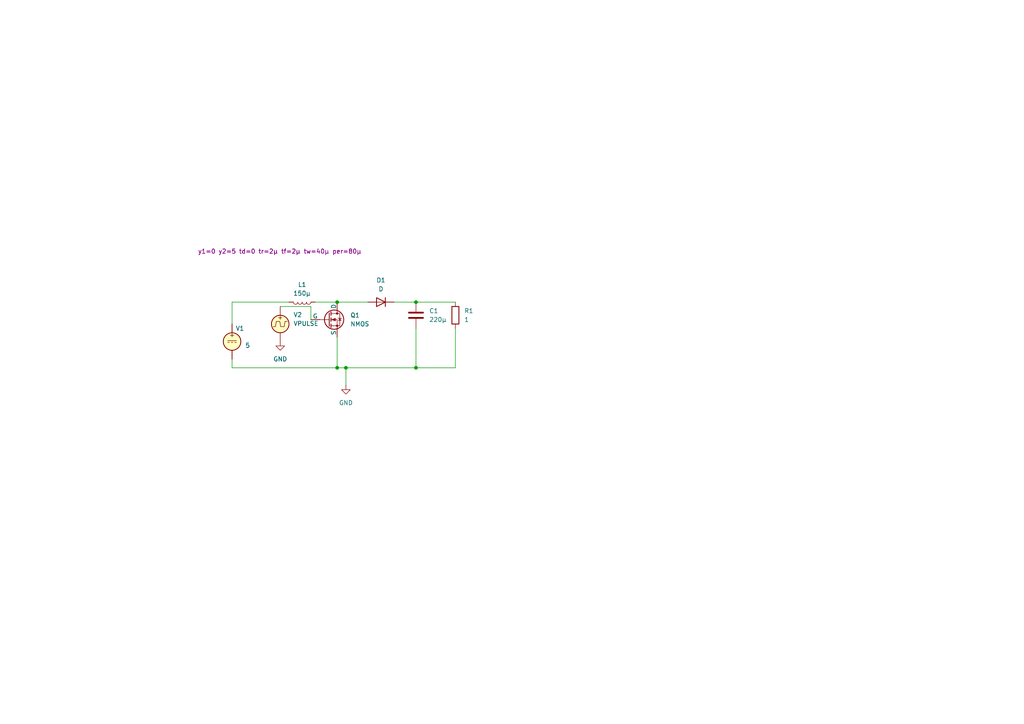
<source format=kicad_sch>
(kicad_sch
	(version 20231120)
	(generator "eeschema")
	(generator_version "8.0")
	(uuid "be171f07-d90a-41f1-9f81-96cb5a9fb1d0")
	(paper "A4")
	(lib_symbols
		(symbol "Device:C"
			(pin_numbers hide)
			(pin_names
				(offset 0.254)
			)
			(exclude_from_sim no)
			(in_bom yes)
			(on_board yes)
			(property "Reference" "C"
				(at 0.635 2.54 0)
				(effects
					(font
						(size 1.27 1.27)
					)
					(justify left)
				)
			)
			(property "Value" "C"
				(at 0.635 -2.54 0)
				(effects
					(font
						(size 1.27 1.27)
					)
					(justify left)
				)
			)
			(property "Footprint" ""
				(at 0.9652 -3.81 0)
				(effects
					(font
						(size 1.27 1.27)
					)
					(hide yes)
				)
			)
			(property "Datasheet" "~"
				(at 0 0 0)
				(effects
					(font
						(size 1.27 1.27)
					)
					(hide yes)
				)
			)
			(property "Description" "Unpolarized capacitor"
				(at 0 0 0)
				(effects
					(font
						(size 1.27 1.27)
					)
					(hide yes)
				)
			)
			(property "ki_keywords" "cap capacitor"
				(at 0 0 0)
				(effects
					(font
						(size 1.27 1.27)
					)
					(hide yes)
				)
			)
			(property "ki_fp_filters" "C_*"
				(at 0 0 0)
				(effects
					(font
						(size 1.27 1.27)
					)
					(hide yes)
				)
			)
			(symbol "C_0_1"
				(polyline
					(pts
						(xy -2.032 -0.762) (xy 2.032 -0.762)
					)
					(stroke
						(width 0.508)
						(type default)
					)
					(fill
						(type none)
					)
				)
				(polyline
					(pts
						(xy -2.032 0.762) (xy 2.032 0.762)
					)
					(stroke
						(width 0.508)
						(type default)
					)
					(fill
						(type none)
					)
				)
			)
			(symbol "C_1_1"
				(pin passive line
					(at 0 3.81 270)
					(length 2.794)
					(name "~"
						(effects
							(font
								(size 1.27 1.27)
							)
						)
					)
					(number "1"
						(effects
							(font
								(size 1.27 1.27)
							)
						)
					)
				)
				(pin passive line
					(at 0 -3.81 90)
					(length 2.794)
					(name "~"
						(effects
							(font
								(size 1.27 1.27)
							)
						)
					)
					(number "2"
						(effects
							(font
								(size 1.27 1.27)
							)
						)
					)
				)
			)
		)
		(symbol "Device:D"
			(pin_numbers hide)
			(pin_names
				(offset 1.016) hide)
			(exclude_from_sim no)
			(in_bom yes)
			(on_board yes)
			(property "Reference" "D"
				(at 0 2.54 0)
				(effects
					(font
						(size 1.27 1.27)
					)
				)
			)
			(property "Value" "D"
				(at 0 -2.54 0)
				(effects
					(font
						(size 1.27 1.27)
					)
				)
			)
			(property "Footprint" ""
				(at 0 0 0)
				(effects
					(font
						(size 1.27 1.27)
					)
					(hide yes)
				)
			)
			(property "Datasheet" "~"
				(at 0 0 0)
				(effects
					(font
						(size 1.27 1.27)
					)
					(hide yes)
				)
			)
			(property "Description" "Diode"
				(at 0 0 0)
				(effects
					(font
						(size 1.27 1.27)
					)
					(hide yes)
				)
			)
			(property "Sim.Device" "D"
				(at 0 0 0)
				(effects
					(font
						(size 1.27 1.27)
					)
					(hide yes)
				)
			)
			(property "Sim.Pins" "1=K 2=A"
				(at 0 0 0)
				(effects
					(font
						(size 1.27 1.27)
					)
					(hide yes)
				)
			)
			(property "ki_keywords" "diode"
				(at 0 0 0)
				(effects
					(font
						(size 1.27 1.27)
					)
					(hide yes)
				)
			)
			(property "ki_fp_filters" "TO-???* *_Diode_* *SingleDiode* D_*"
				(at 0 0 0)
				(effects
					(font
						(size 1.27 1.27)
					)
					(hide yes)
				)
			)
			(symbol "D_0_1"
				(polyline
					(pts
						(xy -1.27 1.27) (xy -1.27 -1.27)
					)
					(stroke
						(width 0.254)
						(type default)
					)
					(fill
						(type none)
					)
				)
				(polyline
					(pts
						(xy 1.27 0) (xy -1.27 0)
					)
					(stroke
						(width 0)
						(type default)
					)
					(fill
						(type none)
					)
				)
				(polyline
					(pts
						(xy 1.27 1.27) (xy 1.27 -1.27) (xy -1.27 0) (xy 1.27 1.27)
					)
					(stroke
						(width 0.254)
						(type default)
					)
					(fill
						(type none)
					)
				)
			)
			(symbol "D_1_1"
				(pin passive line
					(at -3.81 0 0)
					(length 2.54)
					(name "K"
						(effects
							(font
								(size 1.27 1.27)
							)
						)
					)
					(number "1"
						(effects
							(font
								(size 1.27 1.27)
							)
						)
					)
				)
				(pin passive line
					(at 3.81 0 180)
					(length 2.54)
					(name "A"
						(effects
							(font
								(size 1.27 1.27)
							)
						)
					)
					(number "2"
						(effects
							(font
								(size 1.27 1.27)
							)
						)
					)
				)
			)
		)
		(symbol "Device:L"
			(pin_numbers hide)
			(pin_names
				(offset 1.016) hide)
			(exclude_from_sim no)
			(in_bom yes)
			(on_board yes)
			(property "Reference" "L"
				(at -1.27 0 90)
				(effects
					(font
						(size 1.27 1.27)
					)
				)
			)
			(property "Value" "L"
				(at 1.905 0 90)
				(effects
					(font
						(size 1.27 1.27)
					)
				)
			)
			(property "Footprint" ""
				(at 0 0 0)
				(effects
					(font
						(size 1.27 1.27)
					)
					(hide yes)
				)
			)
			(property "Datasheet" "~"
				(at 0 0 0)
				(effects
					(font
						(size 1.27 1.27)
					)
					(hide yes)
				)
			)
			(property "Description" "Inductor"
				(at 0 0 0)
				(effects
					(font
						(size 1.27 1.27)
					)
					(hide yes)
				)
			)
			(property "ki_keywords" "inductor choke coil reactor magnetic"
				(at 0 0 0)
				(effects
					(font
						(size 1.27 1.27)
					)
					(hide yes)
				)
			)
			(property "ki_fp_filters" "Choke_* *Coil* Inductor_* L_*"
				(at 0 0 0)
				(effects
					(font
						(size 1.27 1.27)
					)
					(hide yes)
				)
			)
			(symbol "L_0_1"
				(arc
					(start 0 -2.54)
					(mid 0.6323 -1.905)
					(end 0 -1.27)
					(stroke
						(width 0)
						(type default)
					)
					(fill
						(type none)
					)
				)
				(arc
					(start 0 -1.27)
					(mid 0.6323 -0.635)
					(end 0 0)
					(stroke
						(width 0)
						(type default)
					)
					(fill
						(type none)
					)
				)
				(arc
					(start 0 0)
					(mid 0.6323 0.635)
					(end 0 1.27)
					(stroke
						(width 0)
						(type default)
					)
					(fill
						(type none)
					)
				)
				(arc
					(start 0 1.27)
					(mid 0.6323 1.905)
					(end 0 2.54)
					(stroke
						(width 0)
						(type default)
					)
					(fill
						(type none)
					)
				)
			)
			(symbol "L_1_1"
				(pin passive line
					(at 0 3.81 270)
					(length 1.27)
					(name "1"
						(effects
							(font
								(size 1.27 1.27)
							)
						)
					)
					(number "1"
						(effects
							(font
								(size 1.27 1.27)
							)
						)
					)
				)
				(pin passive line
					(at 0 -3.81 90)
					(length 1.27)
					(name "2"
						(effects
							(font
								(size 1.27 1.27)
							)
						)
					)
					(number "2"
						(effects
							(font
								(size 1.27 1.27)
							)
						)
					)
				)
			)
		)
		(symbol "Device:R"
			(pin_numbers hide)
			(pin_names
				(offset 0)
			)
			(exclude_from_sim no)
			(in_bom yes)
			(on_board yes)
			(property "Reference" "R"
				(at 2.032 0 90)
				(effects
					(font
						(size 1.27 1.27)
					)
				)
			)
			(property "Value" "R"
				(at 0 0 90)
				(effects
					(font
						(size 1.27 1.27)
					)
				)
			)
			(property "Footprint" ""
				(at -1.778 0 90)
				(effects
					(font
						(size 1.27 1.27)
					)
					(hide yes)
				)
			)
			(property "Datasheet" "~"
				(at 0 0 0)
				(effects
					(font
						(size 1.27 1.27)
					)
					(hide yes)
				)
			)
			(property "Description" "Resistor"
				(at 0 0 0)
				(effects
					(font
						(size 1.27 1.27)
					)
					(hide yes)
				)
			)
			(property "ki_keywords" "R res resistor"
				(at 0 0 0)
				(effects
					(font
						(size 1.27 1.27)
					)
					(hide yes)
				)
			)
			(property "ki_fp_filters" "R_*"
				(at 0 0 0)
				(effects
					(font
						(size 1.27 1.27)
					)
					(hide yes)
				)
			)
			(symbol "R_0_1"
				(rectangle
					(start -1.016 -2.54)
					(end 1.016 2.54)
					(stroke
						(width 0.254)
						(type default)
					)
					(fill
						(type none)
					)
				)
			)
			(symbol "R_1_1"
				(pin passive line
					(at 0 3.81 270)
					(length 1.27)
					(name "~"
						(effects
							(font
								(size 1.27 1.27)
							)
						)
					)
					(number "1"
						(effects
							(font
								(size 1.27 1.27)
							)
						)
					)
				)
				(pin passive line
					(at 0 -3.81 90)
					(length 1.27)
					(name "~"
						(effects
							(font
								(size 1.27 1.27)
							)
						)
					)
					(number "2"
						(effects
							(font
								(size 1.27 1.27)
							)
						)
					)
				)
			)
		)
		(symbol "Simulation_SPICE:NMOS"
			(pin_numbers hide)
			(pin_names
				(offset 0)
			)
			(exclude_from_sim no)
			(in_bom yes)
			(on_board yes)
			(property "Reference" "Q"
				(at 5.08 1.27 0)
				(effects
					(font
						(size 1.27 1.27)
					)
					(justify left)
				)
			)
			(property "Value" "NMOS"
				(at 5.08 -1.27 0)
				(effects
					(font
						(size 1.27 1.27)
					)
					(justify left)
				)
			)
			(property "Footprint" ""
				(at 5.08 2.54 0)
				(effects
					(font
						(size 1.27 1.27)
					)
					(hide yes)
				)
			)
			(property "Datasheet" "https://ngspice.sourceforge.io/docs/ngspice-html-manual/manual.xhtml#cha_MOSFETs"
				(at 0 -12.7 0)
				(effects
					(font
						(size 1.27 1.27)
					)
					(hide yes)
				)
			)
			(property "Description" "N-MOSFET transistor, drain/source/gate"
				(at 0 0 0)
				(effects
					(font
						(size 1.27 1.27)
					)
					(hide yes)
				)
			)
			(property "Sim.Device" "NMOS"
				(at 0 -17.145 0)
				(effects
					(font
						(size 1.27 1.27)
					)
					(hide yes)
				)
			)
			(property "Sim.Type" "VDMOS"
				(at 0 -19.05 0)
				(effects
					(font
						(size 1.27 1.27)
					)
					(hide yes)
				)
			)
			(property "Sim.Pins" "1=D 2=G 3=S"
				(at 0 -15.24 0)
				(effects
					(font
						(size 1.27 1.27)
					)
					(hide yes)
				)
			)
			(property "ki_keywords" "transistor NMOS N-MOS N-MOSFET simulation"
				(at 0 0 0)
				(effects
					(font
						(size 1.27 1.27)
					)
					(hide yes)
				)
			)
			(symbol "NMOS_0_1"
				(polyline
					(pts
						(xy 0.254 0) (xy -2.54 0)
					)
					(stroke
						(width 0)
						(type default)
					)
					(fill
						(type none)
					)
				)
				(polyline
					(pts
						(xy 0.254 1.905) (xy 0.254 -1.905)
					)
					(stroke
						(width 0.254)
						(type default)
					)
					(fill
						(type none)
					)
				)
				(polyline
					(pts
						(xy 0.762 -1.27) (xy 0.762 -2.286)
					)
					(stroke
						(width 0.254)
						(type default)
					)
					(fill
						(type none)
					)
				)
				(polyline
					(pts
						(xy 0.762 0.508) (xy 0.762 -0.508)
					)
					(stroke
						(width 0.254)
						(type default)
					)
					(fill
						(type none)
					)
				)
				(polyline
					(pts
						(xy 0.762 2.286) (xy 0.762 1.27)
					)
					(stroke
						(width 0.254)
						(type default)
					)
					(fill
						(type none)
					)
				)
				(polyline
					(pts
						(xy 2.54 2.54) (xy 2.54 1.778)
					)
					(stroke
						(width 0)
						(type default)
					)
					(fill
						(type none)
					)
				)
				(polyline
					(pts
						(xy 2.54 -2.54) (xy 2.54 0) (xy 0.762 0)
					)
					(stroke
						(width 0)
						(type default)
					)
					(fill
						(type none)
					)
				)
				(polyline
					(pts
						(xy 0.762 -1.778) (xy 3.302 -1.778) (xy 3.302 1.778) (xy 0.762 1.778)
					)
					(stroke
						(width 0)
						(type default)
					)
					(fill
						(type none)
					)
				)
				(polyline
					(pts
						(xy 1.016 0) (xy 2.032 0.381) (xy 2.032 -0.381) (xy 1.016 0)
					)
					(stroke
						(width 0)
						(type default)
					)
					(fill
						(type outline)
					)
				)
				(polyline
					(pts
						(xy 2.794 0.508) (xy 2.921 0.381) (xy 3.683 0.381) (xy 3.81 0.254)
					)
					(stroke
						(width 0)
						(type default)
					)
					(fill
						(type none)
					)
				)
				(polyline
					(pts
						(xy 3.302 0.381) (xy 2.921 -0.254) (xy 3.683 -0.254) (xy 3.302 0.381)
					)
					(stroke
						(width 0)
						(type default)
					)
					(fill
						(type none)
					)
				)
				(circle
					(center 1.651 0)
					(radius 2.794)
					(stroke
						(width 0.254)
						(type default)
					)
					(fill
						(type none)
					)
				)
				(circle
					(center 2.54 -1.778)
					(radius 0.254)
					(stroke
						(width 0)
						(type default)
					)
					(fill
						(type outline)
					)
				)
				(circle
					(center 2.54 1.778)
					(radius 0.254)
					(stroke
						(width 0)
						(type default)
					)
					(fill
						(type outline)
					)
				)
			)
			(symbol "NMOS_1_1"
				(pin passive line
					(at 2.54 5.08 270)
					(length 2.54)
					(name "D"
						(effects
							(font
								(size 1.27 1.27)
							)
						)
					)
					(number "1"
						(effects
							(font
								(size 1.27 1.27)
							)
						)
					)
				)
				(pin input line
					(at -5.08 0 0)
					(length 2.54)
					(name "G"
						(effects
							(font
								(size 1.27 1.27)
							)
						)
					)
					(number "2"
						(effects
							(font
								(size 1.27 1.27)
							)
						)
					)
				)
				(pin passive line
					(at 2.54 -5.08 90)
					(length 2.54)
					(name "S"
						(effects
							(font
								(size 1.27 1.27)
							)
						)
					)
					(number "3"
						(effects
							(font
								(size 1.27 1.27)
							)
						)
					)
				)
			)
		)
		(symbol "Simulation_SPICE:VDC"
			(pin_numbers hide)
			(pin_names
				(offset 0.0254)
			)
			(exclude_from_sim no)
			(in_bom yes)
			(on_board yes)
			(property "Reference" "V"
				(at 2.54 2.54 0)
				(effects
					(font
						(size 1.27 1.27)
					)
					(justify left)
				)
			)
			(property "Value" "1"
				(at 2.54 0 0)
				(effects
					(font
						(size 1.27 1.27)
					)
					(justify left)
				)
			)
			(property "Footprint" ""
				(at 0 0 0)
				(effects
					(font
						(size 1.27 1.27)
					)
					(hide yes)
				)
			)
			(property "Datasheet" "https://ngspice.sourceforge.io/docs/ngspice-html-manual/manual.xhtml#sec_Independent_Sources_for"
				(at 0 0 0)
				(effects
					(font
						(size 1.27 1.27)
					)
					(hide yes)
				)
			)
			(property "Description" "Voltage source, DC"
				(at 0 0 0)
				(effects
					(font
						(size 1.27 1.27)
					)
					(hide yes)
				)
			)
			(property "Sim.Pins" "1=+ 2=-"
				(at 0 0 0)
				(effects
					(font
						(size 1.27 1.27)
					)
					(hide yes)
				)
			)
			(property "Sim.Type" "DC"
				(at 0 0 0)
				(effects
					(font
						(size 1.27 1.27)
					)
					(hide yes)
				)
			)
			(property "Sim.Device" "V"
				(at 0 0 0)
				(effects
					(font
						(size 1.27 1.27)
					)
					(justify left)
					(hide yes)
				)
			)
			(property "ki_keywords" "simulation"
				(at 0 0 0)
				(effects
					(font
						(size 1.27 1.27)
					)
					(hide yes)
				)
			)
			(symbol "VDC_0_0"
				(polyline
					(pts
						(xy -1.27 0.254) (xy 1.27 0.254)
					)
					(stroke
						(width 0)
						(type default)
					)
					(fill
						(type none)
					)
				)
				(polyline
					(pts
						(xy -0.762 -0.254) (xy -1.27 -0.254)
					)
					(stroke
						(width 0)
						(type default)
					)
					(fill
						(type none)
					)
				)
				(polyline
					(pts
						(xy 0.254 -0.254) (xy -0.254 -0.254)
					)
					(stroke
						(width 0)
						(type default)
					)
					(fill
						(type none)
					)
				)
				(polyline
					(pts
						(xy 1.27 -0.254) (xy 0.762 -0.254)
					)
					(stroke
						(width 0)
						(type default)
					)
					(fill
						(type none)
					)
				)
				(text "+"
					(at 0 1.905 0)
					(effects
						(font
							(size 1.27 1.27)
						)
					)
				)
			)
			(symbol "VDC_0_1"
				(circle
					(center 0 0)
					(radius 2.54)
					(stroke
						(width 0.254)
						(type default)
					)
					(fill
						(type background)
					)
				)
			)
			(symbol "VDC_1_1"
				(pin passive line
					(at 0 5.08 270)
					(length 2.54)
					(name "~"
						(effects
							(font
								(size 1.27 1.27)
							)
						)
					)
					(number "1"
						(effects
							(font
								(size 1.27 1.27)
							)
						)
					)
				)
				(pin passive line
					(at 0 -5.08 90)
					(length 2.54)
					(name "~"
						(effects
							(font
								(size 1.27 1.27)
							)
						)
					)
					(number "2"
						(effects
							(font
								(size 1.27 1.27)
							)
						)
					)
				)
			)
		)
		(symbol "Simulation_SPICE:VPULSE"
			(pin_numbers hide)
			(pin_names
				(offset 0.0254)
			)
			(exclude_from_sim no)
			(in_bom yes)
			(on_board yes)
			(property "Reference" "V"
				(at 2.54 2.54 0)
				(effects
					(font
						(size 1.27 1.27)
					)
					(justify left)
				)
			)
			(property "Value" "VPULSE"
				(at 2.54 0 0)
				(effects
					(font
						(size 1.27 1.27)
					)
					(justify left)
				)
			)
			(property "Footprint" ""
				(at 0 0 0)
				(effects
					(font
						(size 1.27 1.27)
					)
					(hide yes)
				)
			)
			(property "Datasheet" "https://ngspice.sourceforge.io/docs/ngspice-html-manual/manual.xhtml#sec_Independent_Sources_for"
				(at 0 0 0)
				(effects
					(font
						(size 1.27 1.27)
					)
					(hide yes)
				)
			)
			(property "Description" "Voltage source, pulse"
				(at 0 0 0)
				(effects
					(font
						(size 1.27 1.27)
					)
					(hide yes)
				)
			)
			(property "Sim.Pins" "1=+ 2=-"
				(at 0 0 0)
				(effects
					(font
						(size 1.27 1.27)
					)
					(hide yes)
				)
			)
			(property "Sim.Type" "PULSE"
				(at 0 0 0)
				(effects
					(font
						(size 1.27 1.27)
					)
					(hide yes)
				)
			)
			(property "Sim.Device" "V"
				(at 0 0 0)
				(effects
					(font
						(size 1.27 1.27)
					)
					(justify left)
					(hide yes)
				)
			)
			(property "Sim.Params" "y1=0 y2=1 td=2n tr=2n tf=2n tw=50n per=100n"
				(at 2.54 -2.54 0)
				(effects
					(font
						(size 1.27 1.27)
					)
					(justify left)
				)
			)
			(property "ki_keywords" "simulation"
				(at 0 0 0)
				(effects
					(font
						(size 1.27 1.27)
					)
					(hide yes)
				)
			)
			(symbol "VPULSE_0_0"
				(polyline
					(pts
						(xy -2.032 -0.762) (xy -1.397 -0.762) (xy -1.143 0.762) (xy -0.127 0.762) (xy 0.127 -0.762) (xy 1.143 -0.762)
						(xy 1.397 0.762) (xy 2.032 0.762)
					)
					(stroke
						(width 0)
						(type default)
					)
					(fill
						(type none)
					)
				)
				(text "+"
					(at 0 1.905 0)
					(effects
						(font
							(size 1.27 1.27)
						)
					)
				)
			)
			(symbol "VPULSE_0_1"
				(circle
					(center 0 0)
					(radius 2.54)
					(stroke
						(width 0.254)
						(type default)
					)
					(fill
						(type background)
					)
				)
			)
			(symbol "VPULSE_1_1"
				(pin passive line
					(at 0 5.08 270)
					(length 2.54)
					(name "~"
						(effects
							(font
								(size 1.27 1.27)
							)
						)
					)
					(number "1"
						(effects
							(font
								(size 1.27 1.27)
							)
						)
					)
				)
				(pin passive line
					(at 0 -5.08 90)
					(length 2.54)
					(name "~"
						(effects
							(font
								(size 1.27 1.27)
							)
						)
					)
					(number "2"
						(effects
							(font
								(size 1.27 1.27)
							)
						)
					)
				)
			)
		)
		(symbol "power:GND"
			(power)
			(pin_numbers hide)
			(pin_names
				(offset 0) hide)
			(exclude_from_sim no)
			(in_bom yes)
			(on_board yes)
			(property "Reference" "#PWR"
				(at 0 -6.35 0)
				(effects
					(font
						(size 1.27 1.27)
					)
					(hide yes)
				)
			)
			(property "Value" "GND"
				(at 0 -3.81 0)
				(effects
					(font
						(size 1.27 1.27)
					)
				)
			)
			(property "Footprint" ""
				(at 0 0 0)
				(effects
					(font
						(size 1.27 1.27)
					)
					(hide yes)
				)
			)
			(property "Datasheet" ""
				(at 0 0 0)
				(effects
					(font
						(size 1.27 1.27)
					)
					(hide yes)
				)
			)
			(property "Description" "Power symbol creates a global label with name \"GND\" , ground"
				(at 0 0 0)
				(effects
					(font
						(size 1.27 1.27)
					)
					(hide yes)
				)
			)
			(property "ki_keywords" "global power"
				(at 0 0 0)
				(effects
					(font
						(size 1.27 1.27)
					)
					(hide yes)
				)
			)
			(symbol "GND_0_1"
				(polyline
					(pts
						(xy 0 0) (xy 0 -1.27) (xy 1.27 -1.27) (xy 0 -2.54) (xy -1.27 -1.27) (xy 0 -1.27)
					)
					(stroke
						(width 0)
						(type default)
					)
					(fill
						(type none)
					)
				)
			)
			(symbol "GND_1_1"
				(pin power_in line
					(at 0 0 270)
					(length 0)
					(name "~"
						(effects
							(font
								(size 1.27 1.27)
							)
						)
					)
					(number "1"
						(effects
							(font
								(size 1.27 1.27)
							)
						)
					)
				)
			)
		)
	)
	(junction
		(at 100.33 106.68)
		(diameter 0)
		(color 0 0 0 0)
		(uuid "2e63b0c3-8844-49a1-8daa-29fc4e9760ad")
	)
	(junction
		(at 97.79 87.63)
		(diameter 0)
		(color 0 0 0 0)
		(uuid "70d51601-8c02-45eb-abeb-6bc648af2671")
	)
	(junction
		(at 120.65 87.63)
		(diameter 0)
		(color 0 0 0 0)
		(uuid "a6ed2007-d63b-42bc-9983-68696d204019")
	)
	(junction
		(at 97.79 106.68)
		(diameter 0)
		(color 0 0 0 0)
		(uuid "b4d59e14-192e-4d95-b70d-263fae988b08")
	)
	(junction
		(at 120.65 106.68)
		(diameter 0)
		(color 0 0 0 0)
		(uuid "d966aecf-0140-46a1-b18c-4082cf570c40")
	)
	(wire
		(pts
			(xy 132.08 95.25) (xy 132.08 106.68)
		)
		(stroke
			(width 0)
			(type default)
		)
		(uuid "04c50e59-4673-4b2c-8229-8b29bae8919c")
	)
	(wire
		(pts
			(xy 114.3 87.63) (xy 120.65 87.63)
		)
		(stroke
			(width 0)
			(type default)
		)
		(uuid "14121c71-8320-4f9d-bedd-4a04b80a9e37")
	)
	(wire
		(pts
			(xy 67.31 87.63) (xy 83.82 87.63)
		)
		(stroke
			(width 0)
			(type default)
		)
		(uuid "3d8e1904-688d-45b5-b123-81164cc1c497")
	)
	(wire
		(pts
			(xy 100.33 106.68) (xy 120.65 106.68)
		)
		(stroke
			(width 0)
			(type default)
		)
		(uuid "4ca0b94d-c892-4f67-8a24-9c2a8e922b10")
	)
	(wire
		(pts
			(xy 97.79 97.79) (xy 97.79 106.68)
		)
		(stroke
			(width 0)
			(type default)
		)
		(uuid "5030914d-717d-4389-b894-478b00ef660b")
	)
	(wire
		(pts
			(xy 120.65 106.68) (xy 132.08 106.68)
		)
		(stroke
			(width 0)
			(type default)
		)
		(uuid "510e2e3e-2d50-460a-ae41-05b24c328593")
	)
	(wire
		(pts
			(xy 67.31 106.68) (xy 97.79 106.68)
		)
		(stroke
			(width 0)
			(type default)
		)
		(uuid "6aeea767-66f1-435a-b439-e9cc8f6acd5c")
	)
	(wire
		(pts
			(xy 97.79 106.68) (xy 100.33 106.68)
		)
		(stroke
			(width 0)
			(type default)
		)
		(uuid "6f46b34a-2a85-4512-bded-7b8119308b12")
	)
	(wire
		(pts
			(xy 120.65 87.63) (xy 132.08 87.63)
		)
		(stroke
			(width 0)
			(type default)
		)
		(uuid "8a6828c7-c9ce-4704-be55-333c531b0f88")
	)
	(wire
		(pts
			(xy 97.79 87.63) (xy 106.68 87.63)
		)
		(stroke
			(width 0)
			(type default)
		)
		(uuid "94cf0072-6db3-4999-a1e9-05c654e96360")
	)
	(wire
		(pts
			(xy 81.28 88.9) (xy 90.17 88.9)
		)
		(stroke
			(width 0)
			(type default)
		)
		(uuid "af49ece6-a691-4b47-900d-d70b48d16577")
	)
	(wire
		(pts
			(xy 91.44 87.63) (xy 97.79 87.63)
		)
		(stroke
			(width 0)
			(type default)
		)
		(uuid "afd309ab-5652-4c2d-a81b-4c3c9cc872bc")
	)
	(wire
		(pts
			(xy 90.17 88.9) (xy 90.17 92.71)
		)
		(stroke
			(width 0)
			(type default)
		)
		(uuid "b6d21e9f-8bf4-4dad-ba9b-c50c0c00f8e0")
	)
	(wire
		(pts
			(xy 67.31 87.63) (xy 67.31 93.98)
		)
		(stroke
			(width 0)
			(type default)
		)
		(uuid "cd2776f9-bd9c-47f2-8d4f-03ccc01b52f3")
	)
	(wire
		(pts
			(xy 67.31 106.68) (xy 67.31 104.14)
		)
		(stroke
			(width 0)
			(type default)
		)
		(uuid "e52549b9-74b9-4bf9-8575-70b510ef1caf")
	)
	(wire
		(pts
			(xy 100.33 106.68) (xy 100.33 111.76)
		)
		(stroke
			(width 0)
			(type default)
		)
		(uuid "fab0c265-0e79-4729-97f5-3db43cd5aff6")
	)
	(wire
		(pts
			(xy 120.65 95.25) (xy 120.65 106.68)
		)
		(stroke
			(width 0)
			(type default)
		)
		(uuid "fb5a48a3-41db-4896-b8c1-85a2c6767b18")
	)
	(symbol
		(lib_id "Device:C")
		(at 120.65 91.44 0)
		(unit 1)
		(exclude_from_sim no)
		(in_bom yes)
		(on_board yes)
		(dnp no)
		(fields_autoplaced yes)
		(uuid "088f9f2d-3e38-4e82-948d-694b5f272985")
		(property "Reference" "C1"
			(at 124.46 90.1699 0)
			(effects
				(font
					(size 1.27 1.27)
				)
				(justify left)
			)
		)
		(property "Value" "220µ"
			(at 124.46 92.7099 0)
			(effects
				(font
					(size 1.27 1.27)
				)
				(justify left)
			)
		)
		(property "Footprint" ""
			(at 121.6152 95.25 0)
			(effects
				(font
					(size 1.27 1.27)
				)
				(hide yes)
			)
		)
		(property "Datasheet" "~"
			(at 120.65 91.44 0)
			(effects
				(font
					(size 1.27 1.27)
				)
				(hide yes)
			)
		)
		(property "Description" "Unpolarized capacitor"
			(at 120.65 91.44 0)
			(effects
				(font
					(size 1.27 1.27)
				)
				(hide yes)
			)
		)
		(pin "2"
			(uuid "b0fda7af-9050-4600-a082-4a1781530628")
		)
		(pin "1"
			(uuid "80c8cfce-e4b6-4161-8a63-17ce09ececa5")
		)
		(instances
			(project ""
				(path "/be171f07-d90a-41f1-9f81-96cb5a9fb1d0"
					(reference "C1")
					(unit 1)
				)
			)
		)
	)
	(symbol
		(lib_id "Simulation_SPICE:NMOS")
		(at 95.25 92.71 0)
		(unit 1)
		(exclude_from_sim no)
		(in_bom yes)
		(on_board yes)
		(dnp no)
		(fields_autoplaced yes)
		(uuid "2e191ddd-5523-44b1-957f-19a2144bc292")
		(property "Reference" "Q1"
			(at 101.6 91.4399 0)
			(effects
				(font
					(size 1.27 1.27)
				)
				(justify left)
			)
		)
		(property "Value" "NMOS"
			(at 101.6 93.9799 0)
			(effects
				(font
					(size 1.27 1.27)
				)
				(justify left)
			)
		)
		(property "Footprint" ""
			(at 100.33 90.17 0)
			(effects
				(font
					(size 1.27 1.27)
				)
				(hide yes)
			)
		)
		(property "Datasheet" "https://ngspice.sourceforge.io/docs/ngspice-html-manual/manual.xhtml#cha_MOSFETs"
			(at 95.25 105.41 0)
			(effects
				(font
					(size 1.27 1.27)
				)
				(hide yes)
			)
		)
		(property "Description" "N-MOSFET transistor, drain/source/gate"
			(at 95.25 92.71 0)
			(effects
				(font
					(size 1.27 1.27)
				)
				(hide yes)
			)
		)
		(property "Sim.Device" "NMOS"
			(at 95.25 109.855 0)
			(effects
				(font
					(size 1.27 1.27)
				)
				(hide yes)
			)
		)
		(property "Sim.Type" "VDMOS"
			(at 95.25 111.76 0)
			(effects
				(font
					(size 1.27 1.27)
				)
				(hide yes)
			)
		)
		(property "Sim.Pins" "1=D 2=G 3=S"
			(at 95.25 107.95 0)
			(effects
				(font
					(size 1.27 1.27)
				)
				(hide yes)
			)
		)
		(pin "2"
			(uuid "50fc8dca-d524-4ab7-bf5f-73f3a39daf1a")
		)
		(pin "3"
			(uuid "17935136-a848-448e-b449-f652ea835ef6")
		)
		(pin "1"
			(uuid "ea6fd839-87ee-44b9-bce8-a995bccda106")
		)
		(instances
			(project ""
				(path "/be171f07-d90a-41f1-9f81-96cb5a9fb1d0"
					(reference "Q1")
					(unit 1)
				)
			)
		)
	)
	(symbol
		(lib_id "power:GND")
		(at 81.28 99.06 0)
		(unit 1)
		(exclude_from_sim no)
		(in_bom yes)
		(on_board yes)
		(dnp no)
		(fields_autoplaced yes)
		(uuid "3ef380ec-bf8b-4774-8ba8-3d49f46244ba")
		(property "Reference" "#PWR02"
			(at 81.28 105.41 0)
			(effects
				(font
					(size 1.27 1.27)
				)
				(hide yes)
			)
		)
		(property "Value" "GND"
			(at 81.28 104.14 0)
			(effects
				(font
					(size 1.27 1.27)
				)
			)
		)
		(property "Footprint" ""
			(at 81.28 99.06 0)
			(effects
				(font
					(size 1.27 1.27)
				)
				(hide yes)
			)
		)
		(property "Datasheet" ""
			(at 81.28 99.06 0)
			(effects
				(font
					(size 1.27 1.27)
				)
				(hide yes)
			)
		)
		(property "Description" "Power symbol creates a global label with name \"GND\" , ground"
			(at 81.28 99.06 0)
			(effects
				(font
					(size 1.27 1.27)
				)
				(hide yes)
			)
		)
		(pin "1"
			(uuid "f40d658f-08d9-4ca9-9cc7-40276931a909")
		)
		(instances
			(project ""
				(path "/be171f07-d90a-41f1-9f81-96cb5a9fb1d0"
					(reference "#PWR02")
					(unit 1)
				)
			)
		)
	)
	(symbol
		(lib_id "power:GND")
		(at 100.33 111.76 0)
		(unit 1)
		(exclude_from_sim no)
		(in_bom yes)
		(on_board yes)
		(dnp no)
		(fields_autoplaced yes)
		(uuid "8004e0bf-3bc1-4964-a777-23f75826edf7")
		(property "Reference" "#PWR01"
			(at 100.33 118.11 0)
			(effects
				(font
					(size 1.27 1.27)
				)
				(hide yes)
			)
		)
		(property "Value" "GND"
			(at 100.33 116.84 0)
			(effects
				(font
					(size 1.27 1.27)
				)
			)
		)
		(property "Footprint" ""
			(at 100.33 111.76 0)
			(effects
				(font
					(size 1.27 1.27)
				)
				(hide yes)
			)
		)
		(property "Datasheet" ""
			(at 100.33 111.76 0)
			(effects
				(font
					(size 1.27 1.27)
				)
				(hide yes)
			)
		)
		(property "Description" "Power symbol creates a global label with name \"GND\" , ground"
			(at 100.33 111.76 0)
			(effects
				(font
					(size 1.27 1.27)
				)
				(hide yes)
			)
		)
		(pin "1"
			(uuid "d1730402-4b74-422c-9e8c-d7351978286e")
		)
		(instances
			(project ""
				(path "/be171f07-d90a-41f1-9f81-96cb5a9fb1d0"
					(reference "#PWR01")
					(unit 1)
				)
			)
		)
	)
	(symbol
		(lib_id "Device:R")
		(at 132.08 91.44 0)
		(unit 1)
		(exclude_from_sim no)
		(in_bom yes)
		(on_board yes)
		(dnp no)
		(fields_autoplaced yes)
		(uuid "81df1a43-dda1-49bc-a9a5-787f970cc3c5")
		(property "Reference" "R1"
			(at 134.62 90.1699 0)
			(effects
				(font
					(size 1.27 1.27)
				)
				(justify left)
			)
		)
		(property "Value" "1"
			(at 134.62 92.7099 0)
			(effects
				(font
					(size 1.27 1.27)
				)
				(justify left)
			)
		)
		(property "Footprint" ""
			(at 130.302 91.44 90)
			(effects
				(font
					(size 1.27 1.27)
				)
				(hide yes)
			)
		)
		(property "Datasheet" "~"
			(at 132.08 91.44 0)
			(effects
				(font
					(size 1.27 1.27)
				)
				(hide yes)
			)
		)
		(property "Description" "Resistor"
			(at 132.08 91.44 0)
			(effects
				(font
					(size 1.27 1.27)
				)
				(hide yes)
			)
		)
		(pin "1"
			(uuid "62971e62-949e-4645-aaf4-53b59cb0abaf")
		)
		(pin "2"
			(uuid "46d2453b-00d2-4d1e-b56c-c540a8903581")
		)
		(instances
			(project ""
				(path "/be171f07-d90a-41f1-9f81-96cb5a9fb1d0"
					(reference "R1")
					(unit 1)
				)
			)
		)
	)
	(symbol
		(lib_id "Device:L")
		(at 87.63 87.63 270)
		(unit 1)
		(exclude_from_sim no)
		(in_bom yes)
		(on_board yes)
		(dnp no)
		(fields_autoplaced yes)
		(uuid "d3323113-6251-42fa-ae17-08be340406b9")
		(property "Reference" "L1"
			(at 87.63 82.55 90)
			(effects
				(font
					(size 1.27 1.27)
				)
			)
		)
		(property "Value" "150µ"
			(at 87.63 85.09 90)
			(effects
				(font
					(size 1.27 1.27)
				)
			)
		)
		(property "Footprint" ""
			(at 87.63 87.63 0)
			(effects
				(font
					(size 1.27 1.27)
				)
				(hide yes)
			)
		)
		(property "Datasheet" "~"
			(at 87.63 87.63 0)
			(effects
				(font
					(size 1.27 1.27)
				)
				(hide yes)
			)
		)
		(property "Description" "Inductor"
			(at 87.63 87.63 0)
			(effects
				(font
					(size 1.27 1.27)
				)
				(hide yes)
			)
		)
		(pin "1"
			(uuid "12454f79-31e2-406f-877d-4ac4fcfd5b33")
		)
		(pin "2"
			(uuid "feec1131-bebe-4f0b-a07b-f790d03234c1")
		)
		(instances
			(project ""
				(path "/be171f07-d90a-41f1-9f81-96cb5a9fb1d0"
					(reference "L1")
					(unit 1)
				)
			)
		)
	)
	(symbol
		(lib_id "Device:D")
		(at 110.49 87.63 180)
		(unit 1)
		(exclude_from_sim no)
		(in_bom yes)
		(on_board yes)
		(dnp no)
		(fields_autoplaced yes)
		(uuid "e514135e-53e3-476b-872b-5effe4289057")
		(property "Reference" "D1"
			(at 110.49 81.28 0)
			(effects
				(font
					(size 1.27 1.27)
				)
			)
		)
		(property "Value" "D"
			(at 110.49 83.82 0)
			(effects
				(font
					(size 1.27 1.27)
				)
			)
		)
		(property "Footprint" ""
			(at 110.49 87.63 0)
			(effects
				(font
					(size 1.27 1.27)
				)
				(hide yes)
			)
		)
		(property "Datasheet" "~"
			(at 110.49 87.63 0)
			(effects
				(font
					(size 1.27 1.27)
				)
				(hide yes)
			)
		)
		(property "Description" "Diode"
			(at 110.49 87.63 0)
			(effects
				(font
					(size 1.27 1.27)
				)
				(hide yes)
			)
		)
		(property "Sim.Device" "D"
			(at 110.49 87.63 0)
			(effects
				(font
					(size 1.27 1.27)
				)
				(hide yes)
			)
		)
		(property "Sim.Pins" "1=K 2=A"
			(at 110.49 87.63 0)
			(effects
				(font
					(size 1.27 1.27)
				)
				(hide yes)
			)
		)
		(pin "1"
			(uuid "0ec4cc08-37fd-4955-a88e-79f7349aa88b")
		)
		(pin "2"
			(uuid "7d88402a-fb33-4873-98f7-a8741427afe3")
		)
		(instances
			(project ""
				(path "/be171f07-d90a-41f1-9f81-96cb5a9fb1d0"
					(reference "D1")
					(unit 1)
				)
			)
		)
	)
	(symbol
		(lib_id "Simulation_SPICE:VPULSE")
		(at 81.28 93.98 0)
		(unit 1)
		(exclude_from_sim no)
		(in_bom yes)
		(on_board yes)
		(dnp no)
		(uuid "e62508ac-241c-411f-9510-38d64462877e")
		(property "Reference" "V2"
			(at 85.09 91.3101 0)
			(effects
				(font
					(size 1.27 1.27)
				)
				(justify left)
			)
		)
		(property "Value" "VPULSE"
			(at 85.09 93.8501 0)
			(effects
				(font
					(size 1.27 1.27)
				)
				(justify left)
			)
		)
		(property "Footprint" ""
			(at 81.28 93.98 0)
			(effects
				(font
					(size 1.27 1.27)
				)
				(hide yes)
			)
		)
		(property "Datasheet" "https://ngspice.sourceforge.io/docs/ngspice-html-manual/manual.xhtml#sec_Independent_Sources_for"
			(at 81.28 93.98 0)
			(effects
				(font
					(size 1.27 1.27)
				)
				(hide yes)
			)
		)
		(property "Description" "Voltage source, pulse"
			(at 81.28 93.98 0)
			(effects
				(font
					(size 1.27 1.27)
				)
				(hide yes)
			)
		)
		(property "Sim.Pins" "1=+ 2=-"
			(at 81.28 93.98 0)
			(effects
				(font
					(size 1.27 1.27)
				)
				(hide yes)
			)
		)
		(property "Sim.Type" "PULSE"
			(at 81.28 93.98 0)
			(effects
				(font
					(size 1.27 1.27)
				)
				(hide yes)
			)
		)
		(property "Sim.Device" "V"
			(at 81.28 93.98 0)
			(effects
				(font
					(size 1.27 1.27)
				)
				(justify left)
				(hide yes)
			)
		)
		(property "Sim.Params" "y1=0 y2=5 td=0 tr=2µ tf=2µ tw=40µ per=80µ"
			(at 57.404 72.898 0)
			(effects
				(font
					(size 1.27 1.27)
				)
				(justify left)
			)
		)
		(pin "2"
			(uuid "40dd4ed4-a304-47ae-a5c3-adb8dd74530c")
		)
		(pin "1"
			(uuid "eee0f655-082b-4c99-92c0-5d4f0534026e")
		)
		(instances
			(project ""
				(path "/be171f07-d90a-41f1-9f81-96cb5a9fb1d0"
					(reference "V2")
					(unit 1)
				)
			)
		)
	)
	(symbol
		(lib_id "Simulation_SPICE:VDC")
		(at 67.31 99.06 0)
		(unit 1)
		(exclude_from_sim no)
		(in_bom yes)
		(on_board yes)
		(dnp no)
		(uuid "f201ff3f-ce2f-4d6b-b82e-f0ebc5a1280d")
		(property "Reference" "V1"
			(at 68.326 95.25 0)
			(effects
				(font
					(size 1.27 1.27)
				)
				(justify left)
			)
		)
		(property "Value" "5"
			(at 71.12 100.2001 0)
			(effects
				(font
					(size 1.27 1.27)
				)
				(justify left)
			)
		)
		(property "Footprint" ""
			(at 67.31 99.06 0)
			(effects
				(font
					(size 1.27 1.27)
				)
				(hide yes)
			)
		)
		(property "Datasheet" "https://ngspice.sourceforge.io/docs/ngspice-html-manual/manual.xhtml#sec_Independent_Sources_for"
			(at 67.31 99.06 0)
			(effects
				(font
					(size 1.27 1.27)
				)
				(hide yes)
			)
		)
		(property "Description" "Voltage source, DC"
			(at 67.31 99.06 0)
			(effects
				(font
					(size 1.27 1.27)
				)
				(hide yes)
			)
		)
		(property "Sim.Pins" "1=+ 2=-"
			(at 67.31 99.06 0)
			(effects
				(font
					(size 1.27 1.27)
				)
				(hide yes)
			)
		)
		(property "Sim.Type" "DC"
			(at 67.31 99.06 0)
			(effects
				(font
					(size 1.27 1.27)
				)
				(hide yes)
			)
		)
		(property "Sim.Device" "V"
			(at 67.31 99.06 0)
			(effects
				(font
					(size 1.27 1.27)
				)
				(justify left)
				(hide yes)
			)
		)
		(pin "2"
			(uuid "fe5ffd22-005b-4402-9bdb-bec316e7c5a4")
		)
		(pin "1"
			(uuid "a6b2990e-1630-4108-9fa8-7a1108b6dc58")
		)
		(instances
			(project ""
				(path "/be171f07-d90a-41f1-9f81-96cb5a9fb1d0"
					(reference "V1")
					(unit 1)
				)
			)
		)
	)
	(sheet_instances
		(path "/"
			(page "1")
		)
	)
)

</source>
